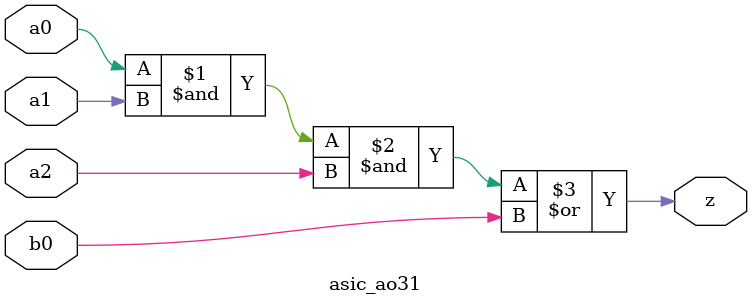
<source format=v>

module asic_ao31
  (
   input  a0,
   input  a1,
   input  a2,
   input  b0,
   output z
   );

   assign z = (a0 & a1 & a2) | b0;

endmodule

</source>
